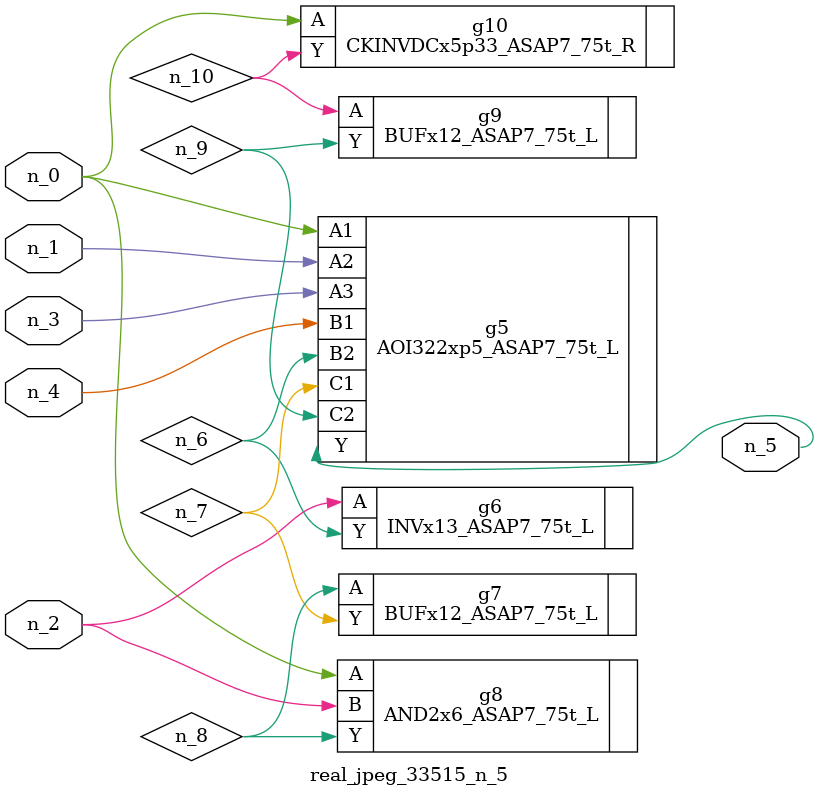
<source format=v>
module real_jpeg_33515_n_5 (n_4, n_0, n_1, n_2, n_3, n_5);

input n_4;
input n_0;
input n_1;
input n_2;
input n_3;

output n_5;

wire n_8;
wire n_6;
wire n_7;
wire n_10;
wire n_9;

AOI322xp5_ASAP7_75t_L g5 ( 
.A1(n_0),
.A2(n_1),
.A3(n_3),
.B1(n_4),
.B2(n_6),
.C1(n_7),
.C2(n_9),
.Y(n_5)
);

AND2x6_ASAP7_75t_L g8 ( 
.A(n_0),
.B(n_2),
.Y(n_8)
);

CKINVDCx5p33_ASAP7_75t_R g10 ( 
.A(n_0),
.Y(n_10)
);

INVx13_ASAP7_75t_L g6 ( 
.A(n_2),
.Y(n_6)
);

BUFx12_ASAP7_75t_L g7 ( 
.A(n_8),
.Y(n_7)
);

BUFx12_ASAP7_75t_L g9 ( 
.A(n_10),
.Y(n_9)
);


endmodule
</source>
